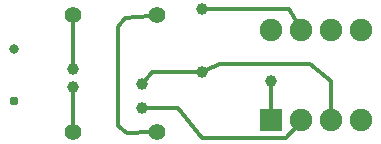
<source format=gbl>
G04 MADE WITH FRITZING*
G04 WWW.FRITZING.ORG*
G04 DOUBLE SIDED*
G04 HOLES PLATED*
G04 CONTOUR ON CENTER OF CONTOUR VECTOR*
%ASAXBY*%
%FSLAX23Y23*%
%MOIN*%
%OFA0B0*%
%SFA1.0B1.0*%
%ADD10C,0.039370*%
%ADD11C,0.075000*%
%ADD12C,0.055433*%
%ADD13C,0.031496*%
%ADD14C,0.031000*%
%ADD15R,0.075000X0.075000*%
%ADD16C,0.012000*%
%LNCOPPER0*%
G90*
G70*
G54D10*
X614Y211D03*
X814Y251D03*
X814Y461D03*
X1044Y221D03*
X614Y131D03*
X384Y261D03*
X384Y201D03*
G54D11*
X1044Y91D03*
X1044Y391D03*
X1144Y91D03*
X1144Y391D03*
X1244Y91D03*
X1244Y391D03*
X1344Y91D03*
X1344Y391D03*
G54D12*
X384Y51D03*
X664Y51D03*
X384Y441D03*
X664Y441D03*
G54D13*
X186Y327D03*
G54D14*
X186Y154D03*
G54D15*
X1044Y91D03*
G54D16*
X645Y251D02*
X801Y251D01*
D02*
X1244Y221D02*
X1244Y114D01*
D02*
X874Y280D02*
X1174Y280D01*
D02*
X826Y257D02*
X874Y280D01*
D02*
X1174Y280D02*
X1244Y221D01*
D02*
X622Y221D02*
X645Y251D01*
D02*
X1104Y461D02*
X828Y461D01*
D02*
X1133Y411D02*
X1104Y461D01*
D02*
X1044Y207D02*
X1044Y114D01*
D02*
X814Y31D02*
X734Y131D01*
D02*
X1094Y31D02*
X814Y31D01*
D02*
X734Y131D02*
X628Y131D01*
D02*
X1129Y73D02*
X1094Y31D01*
D02*
X384Y274D02*
X384Y418D01*
D02*
X384Y187D02*
X384Y74D01*
D02*
X555Y431D02*
X641Y439D01*
D02*
X564Y50D02*
X534Y71D01*
D02*
X533Y401D02*
X555Y431D01*
D02*
X534Y71D02*
X533Y401D01*
D02*
X641Y51D02*
X564Y50D01*
G04 End of Copper0*
M02*
</source>
